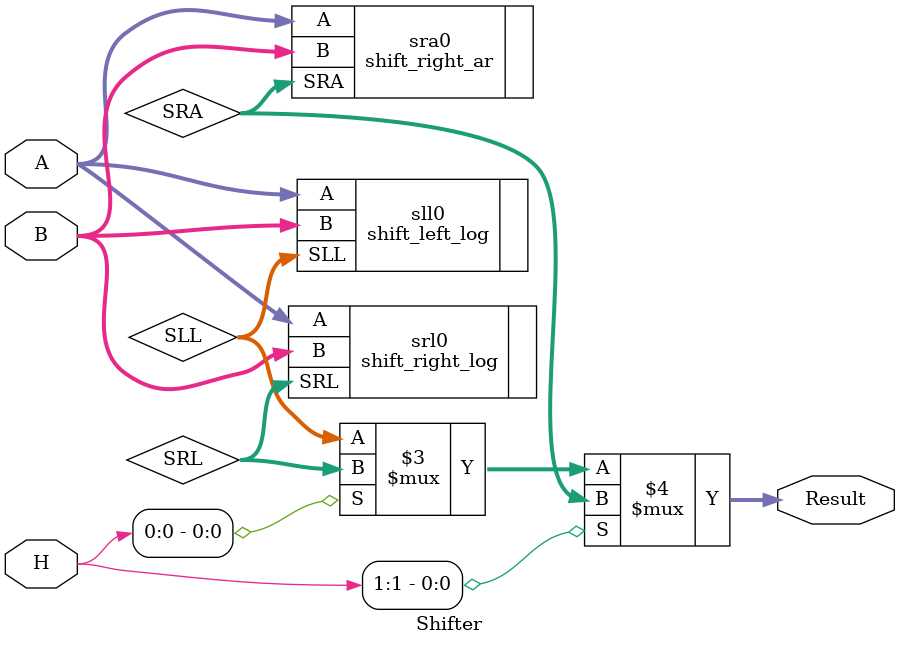
<source format=v>
module Shifter(
    input [31:0] A, B,
    input [1:0] H,//H select:s1, s0
    output [31:0] Result
    );
    
    wire [31:0] SLL, SRL, SRA;
    
    shift_left_log sll0(
    .A(A), .B(B), .SLL(SLL)
    );
    
    shift_right_log srl0(
    .A(A), .B(B), .SRL(SRL)
    );
    
    shift_right_ar sra0(
    .A(A), .B(B), .SRA(SRA)
    );
    
    assign Result = ~H[1] ? (~H[0] ? SLL : SRL) : SRA; 
        
endmodule

</source>
